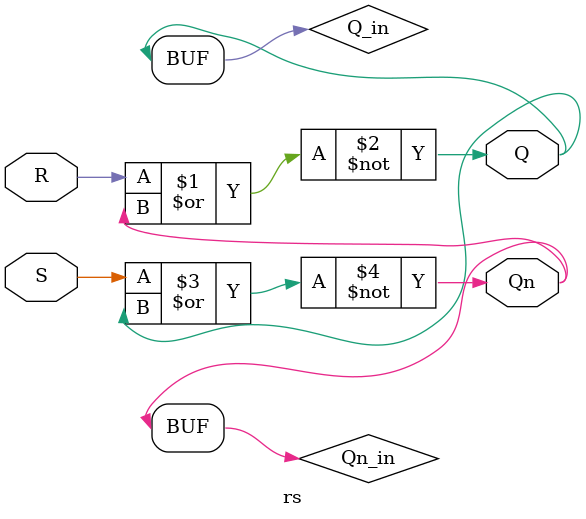
<source format=v>
`timescale 1ns / 1ps
module rs(
    input S,
    input R,
    output Q,
    output Qn
    );

wire Q_in,Qn_in;



assign Q_in=~(R|Qn);
assign Qn_in=~(S|Q);
assign Q=Q_in;
assign Qn=Qn_in;


endmodule

</source>
